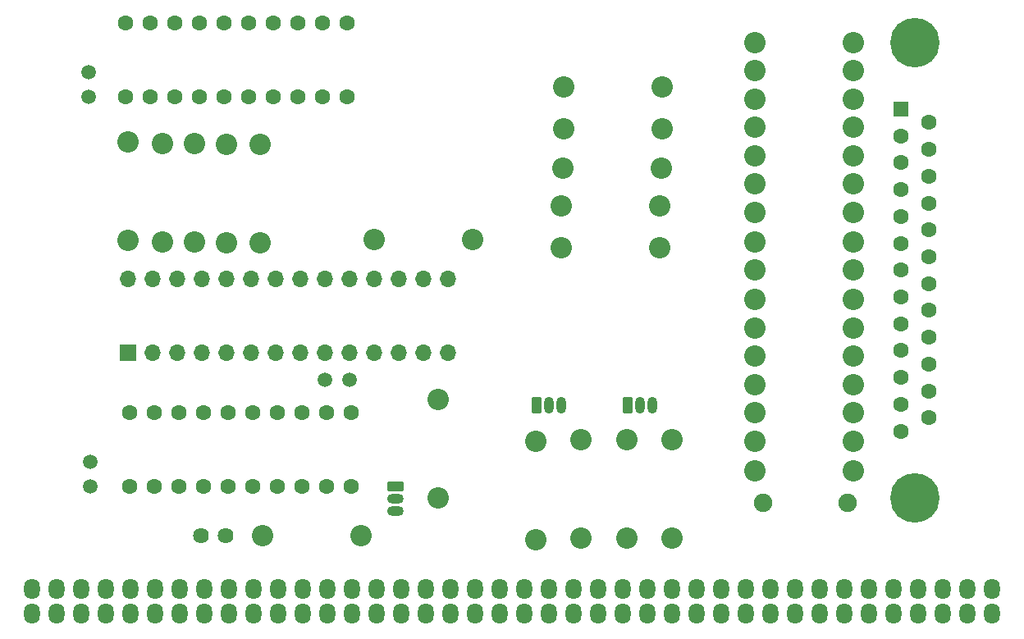
<source format=gbs>
G04 Layer: BottomSolderMaskLayer*
G04 EasyEDA v6.5.39, 2024-10-24 09:54:27*
G04 028e3914a6f949ed9ca799ef75e4ed4f,10*
G04 Gerber Generator version 0.2*
G04 Scale: 100 percent, Rotated: No, Reflected: No *
G04 Dimensions in inches *
G04 leading zeros omitted , absolute positions ,3 integer and 6 decimal *
%FSLAX36Y36*%
%MOIN*%

%AMMACRO1*1,1,$1,$2,$3*1,1,$1,$4,$5*1,1,$1,0-$2,0-$3*1,1,$1,0-$4,0-$5*20,1,$1,$2,$3,$4,$5,0*20,1,$1,$4,$5,0-$2,0-$3,0*20,1,$1,0-$2,0-$3,0-$4,0-$5,0*20,1,$1,0-$4,0-$5,$2,$3,0*4,1,4,$2,$3,$4,$5,0-$2,0-$3,0-$4,0-$5,$2,$3,0*%
%ADD10O,0.064X0.084*%
%ADD11O,0.066992X0.066992*%
%ADD12R,0.0670X0.0670*%
%ADD13C,0.0631*%
%ADD14C,0.2008*%
%ADD15C,0.0630*%
%ADD16R,0.0630X0.0630*%
%ADD17C,0.0749*%
%ADD18O,0.066992X0.039432999999999996*%
%ADD19MACRO1,0.004X0.0315X0.0177X0.0315X-0.0177*%
%ADD20O,0.039432999999999996X0.066992*%
%ADD21MACRO1,0.004X-0.0177X0.0315X0.0177X0.0315*%
%ADD22C,0.0867*%
%ADD23C,0.0590*%
%ADD24C,0.0640*%
%ADD25C,0.0171*%

%LPD*%
D10*
G01*
X50000Y215000D03*
G01*
X3750000Y215000D03*
G01*
X3650000Y215000D03*
G01*
X3550000Y215000D03*
G01*
X3450000Y215000D03*
G01*
X3350000Y215000D03*
G01*
X3250000Y215000D03*
G01*
X3150000Y215000D03*
G01*
X3050000Y215000D03*
G01*
X2950000Y215000D03*
G01*
X2850000Y215000D03*
G01*
X2750000Y215000D03*
G01*
X2650000Y215000D03*
G01*
X2550000Y215000D03*
G01*
X2450000Y215000D03*
G01*
X2350000Y215000D03*
G01*
X2250000Y215000D03*
G01*
X2150000Y215000D03*
G01*
X2050000Y215000D03*
G01*
X1950000Y215000D03*
G01*
X1850000Y215000D03*
G01*
X1750000Y215000D03*
G01*
X1650000Y215000D03*
G01*
X1550000Y215000D03*
G01*
X1450000Y215000D03*
G01*
X1350000Y215000D03*
G01*
X1250000Y215000D03*
G01*
X1150000Y215000D03*
G01*
X1050000Y215000D03*
G01*
X950000Y215000D03*
G01*
X850000Y215000D03*
G01*
X750000Y215000D03*
G01*
X650000Y215000D03*
G01*
X550000Y215000D03*
G01*
X450000Y215000D03*
G01*
X350000Y215000D03*
G01*
X250000Y215000D03*
G01*
X150000Y215000D03*
G01*
X3850000Y215000D03*
G01*
X3950000Y215000D03*
G01*
X50000Y115000D03*
G01*
X3750000Y115000D03*
G01*
X3650000Y115000D03*
G01*
X3550000Y115000D03*
G01*
X3450000Y115000D03*
G01*
X3350000Y115000D03*
G01*
X3250000Y115000D03*
G01*
X3150000Y115000D03*
G01*
X3050000Y115000D03*
G01*
X2950000Y115000D03*
G01*
X2850000Y115000D03*
G01*
X2750000Y115000D03*
G01*
X2650000Y115000D03*
G01*
X2550000Y115000D03*
G01*
X2450000Y115000D03*
G01*
X2350000Y115000D03*
G01*
X2250000Y115000D03*
G01*
X2150000Y115000D03*
G01*
X2050000Y115000D03*
G01*
X1950000Y115000D03*
G01*
X1850000Y115000D03*
G01*
X1750000Y115000D03*
G01*
X1650000Y115000D03*
G01*
X1550000Y115000D03*
G01*
X1450000Y115000D03*
G01*
X1350000Y115000D03*
G01*
X1250000Y115000D03*
G01*
X1150000Y115000D03*
G01*
X1050000Y115000D03*
G01*
X950000Y115000D03*
G01*
X850000Y115000D03*
G01*
X750000Y115000D03*
G01*
X650000Y115000D03*
G01*
X550000Y115000D03*
G01*
X450000Y115000D03*
G01*
X350000Y115000D03*
G01*
X250000Y115000D03*
G01*
X150000Y115000D03*
G01*
X3850000Y115000D03*
G01*
X3950000Y115000D03*
D11*
G01*
X640000Y1475000D03*
G01*
X740000Y1475000D03*
G01*
X840000Y1475000D03*
G01*
X940000Y1475000D03*
G01*
X1040000Y1475000D03*
G01*
X1140000Y1475000D03*
G01*
X1240000Y1475000D03*
G01*
X1240000Y1175000D03*
G01*
X540000Y1475000D03*
G01*
X440000Y1475000D03*
G01*
X1140000Y1175000D03*
G01*
X1040000Y1175000D03*
G01*
X940000Y1175000D03*
G01*
X840000Y1175000D03*
G01*
X740000Y1175000D03*
G01*
X640000Y1175000D03*
G01*
X540000Y1175000D03*
D12*
G01*
X440000Y1175000D03*
D11*
G01*
X1340000Y1175000D03*
G01*
X1440000Y1175000D03*
G01*
X1540000Y1175000D03*
G01*
X1640000Y1175000D03*
G01*
X1740000Y1175000D03*
G01*
X1740000Y1475000D03*
G01*
X1640000Y1475000D03*
G01*
X1540000Y1475000D03*
G01*
X1440000Y1475000D03*
G01*
X1340000Y1475000D03*
D13*
G01*
X445000Y930000D03*
G01*
X545000Y930000D03*
G01*
X645000Y930000D03*
G01*
X745000Y930000D03*
G01*
X845000Y930000D03*
G01*
X945000Y930000D03*
G01*
X1045000Y930000D03*
G01*
X1145000Y930000D03*
G01*
X1245000Y930000D03*
G01*
X1345000Y930000D03*
G01*
X1345000Y630000D03*
G01*
X1245000Y630000D03*
G01*
X1145000Y630000D03*
G01*
X1045000Y630000D03*
G01*
X745000Y630000D03*
G01*
X645000Y630000D03*
G01*
X945000Y630000D03*
G01*
X845000Y630000D03*
G01*
X545000Y630000D03*
G01*
X445000Y630000D03*
D14*
G01*
X3634984Y584025D03*
G01*
X3634984Y2435985D03*
D15*
G01*
X3690884Y910205D03*
G01*
X3690884Y1019254D03*
G01*
X3690884Y1128314D03*
G01*
X3690884Y1237364D03*
G01*
X3690884Y1346424D03*
G01*
X3690884Y1455475D03*
G01*
X3690884Y1564535D03*
G01*
X3690884Y1673584D03*
G01*
X3690884Y1782645D03*
G01*
X3690884Y1891694D03*
G01*
X3690884Y2000754D03*
G01*
X3690884Y2109805D03*
G01*
X3579075Y855675D03*
G01*
X3579075Y964735D03*
G01*
X3579075Y1073784D03*
G01*
X3579075Y1182845D03*
G01*
X3579075Y1291894D03*
G01*
X3579075Y1400945D03*
G01*
X3579075Y1510005D03*
G01*
X3579075Y1619065D03*
G01*
X3579075Y1728114D03*
G01*
X3579075Y1837175D03*
G01*
X3579075Y1946224D03*
G01*
X3579075Y2055275D03*
D16*
G01*
X3579075Y2164335D03*
D17*
G01*
X3361260Y565000D03*
G01*
X3018739Y565000D03*
D13*
G01*
X430000Y2515000D03*
G01*
X530000Y2515000D03*
G01*
X630000Y2515000D03*
G01*
X730000Y2515000D03*
G01*
X830000Y2515000D03*
G01*
X930000Y2515000D03*
G01*
X1030000Y2515000D03*
G01*
X1130000Y2515000D03*
G01*
X1230000Y2515000D03*
G01*
X1330000Y2515000D03*
G01*
X1330000Y2215000D03*
G01*
X1230000Y2215000D03*
G01*
X1130000Y2215000D03*
G01*
X1030000Y2215000D03*
G01*
X730000Y2215000D03*
G01*
X630000Y2215000D03*
G01*
X930000Y2215000D03*
G01*
X830000Y2215000D03*
G01*
X530000Y2215000D03*
G01*
X430000Y2215000D03*
D18*
G01*
X1525000Y530000D03*
G01*
X1525000Y580000D03*
D19*
G01*
X1525000Y629999D03*
D20*
G01*
X2570000Y960000D03*
G01*
X2520000Y960000D03*
D21*
G01*
X2470000Y960000D03*
D20*
G01*
X2200000Y960000D03*
G01*
X2150000Y960000D03*
D21*
G01*
X2100000Y960000D03*
D22*
G01*
X2985000Y2205000D03*
G01*
X3385000Y2205000D03*
G01*
X2985000Y1860000D03*
G01*
X3385000Y1860000D03*
G01*
X2985000Y1745000D03*
G01*
X3385000Y1745000D03*
G01*
X2985000Y1625000D03*
G01*
X3385000Y1625000D03*
G01*
X2985000Y1510000D03*
G01*
X3385000Y1510000D03*
G01*
X2985000Y1390000D03*
G01*
X3385000Y1390000D03*
G01*
X2985000Y1275000D03*
G01*
X3385000Y1275000D03*
G01*
X2985000Y1160000D03*
G01*
X3385000Y1160000D03*
G01*
X2985000Y2320000D03*
G01*
X3385000Y2320000D03*
G01*
X2985000Y2435000D03*
G01*
X3385000Y2435000D03*
G01*
X2985000Y1975000D03*
G01*
X3385000Y1975000D03*
G01*
X1700000Y985000D03*
G01*
X1700000Y585000D03*
G01*
X1385000Y430000D03*
G01*
X985000Y430000D03*
G01*
X3385000Y2090000D03*
G01*
X2985000Y2090000D03*
G01*
X3385000Y695000D03*
G01*
X2985000Y695000D03*
G01*
X3385000Y815000D03*
G01*
X2985000Y815000D03*
G01*
X3385000Y930000D03*
G01*
X2985000Y930000D03*
G01*
X3385000Y1045000D03*
G01*
X2985000Y1045000D03*
G01*
X975000Y1620000D03*
G01*
X975000Y2020000D03*
G01*
X840000Y1620000D03*
G01*
X840000Y2020000D03*
G01*
X710000Y1625000D03*
G01*
X710000Y2025000D03*
G01*
X580000Y1625000D03*
G01*
X580000Y2025000D03*
G01*
X440000Y1630000D03*
G01*
X440000Y2030000D03*
G01*
X2600000Y1600000D03*
G01*
X2200000Y1600000D03*
G01*
X2600000Y1770000D03*
G01*
X2200000Y1770000D03*
G01*
X2605000Y1925000D03*
G01*
X2205000Y1925000D03*
G01*
X2610000Y2085000D03*
G01*
X2210000Y2085000D03*
G01*
X2610000Y2255000D03*
G01*
X2210000Y2255000D03*
G01*
X1440000Y1635000D03*
G01*
X1840000Y1635000D03*
G01*
X2650000Y820000D03*
G01*
X2650000Y420000D03*
G01*
X2465000Y820000D03*
G01*
X2465000Y420000D03*
G01*
X2280000Y820000D03*
G01*
X2280000Y420000D03*
G01*
X2095000Y815000D03*
G01*
X2095000Y415000D03*
D23*
G01*
X1240000Y1065000D03*
G01*
X1340000Y1065000D03*
G01*
X285000Y730000D03*
G01*
X285000Y630000D03*
G01*
X280000Y2315000D03*
G01*
X280000Y2215000D03*
D24*
G01*
X735000Y430000D03*
G01*
X835000Y430000D03*
M02*

</source>
